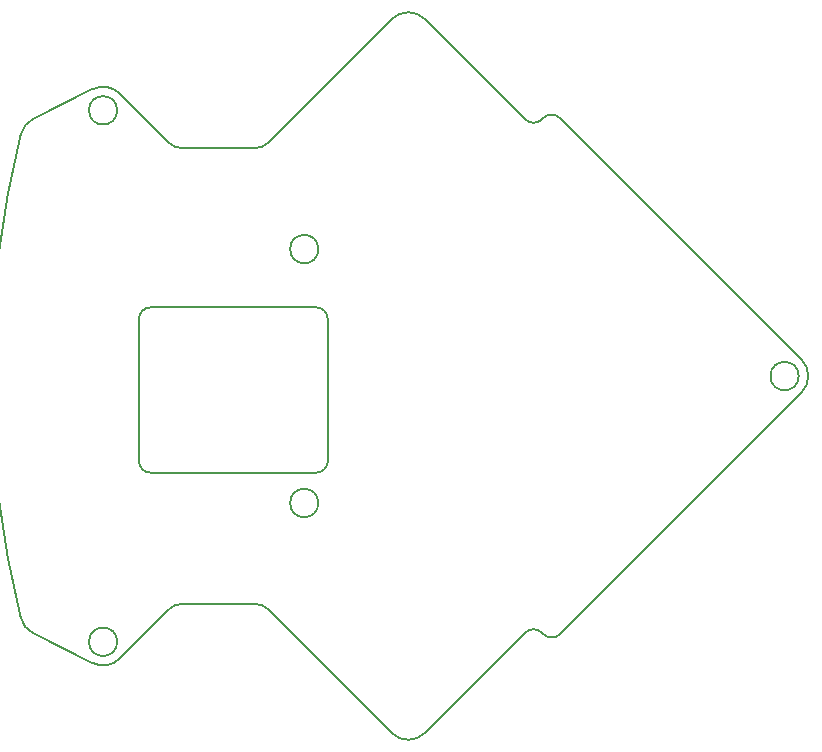
<source format=gm1>
G04 #@! TF.GenerationSoftware,KiCad,Pcbnew,(6.0.1)*
G04 #@! TF.CreationDate,2022-04-06T23:24:07+09:00*
G04 #@! TF.ProjectId,xbee-gyro20220207,78626565-2d67-4797-926f-323032323032,V1.1*
G04 #@! TF.SameCoordinates,Original*
G04 #@! TF.FileFunction,Profile,NP*
%FSLAX46Y46*%
G04 Gerber Fmt 4.6, Leading zero omitted, Abs format (unit mm)*
G04 Created by KiCad (PCBNEW (6.0.1)) date 2022-04-06 23:24:07*
%MOMM*%
%LPD*%
G01*
G04 APERTURE LIST*
G04 #@! TA.AperFunction,Profile*
%ADD10C,0.200000*%
G04 #@! TD*
G04 APERTURE END LIST*
D10*
X58439113Y-109214444D02*
G75*
G03*
X57439113Y-110214444I-1J-999999D01*
G01*
X90150532Y-93300736D02*
G75*
G03*
X91564745Y-93300736I707106J707103D01*
G01*
X57439113Y-110214444D02*
X57439113Y-122214444D01*
X53513393Y-139317584D02*
G75*
G03*
X55822033Y-138942943I894426J1788856D01*
G01*
X55822033Y-91117945D02*
G75*
G03*
X53513393Y-90743304I-1414214J-1414215D01*
G01*
X73439113Y-122214444D02*
X73439113Y-110214444D01*
X47439877Y-135496901D02*
G75*
G03*
X48486608Y-136804192I1941162J481566D01*
G01*
X48486608Y-136804192D02*
X53513393Y-139317584D01*
X91679969Y-93185513D02*
X91564745Y-93300736D01*
X78836823Y-145245433D02*
G75*
G03*
X81665250Y-145245433I1414214J1414211D01*
G01*
X67299504Y-95731454D02*
X61056863Y-95731454D01*
X81665250Y-145245433D02*
X90150532Y-136760152D01*
X93094182Y-136875375D02*
X113524900Y-116444658D01*
X113310687Y-115030444D02*
G75*
G03*
X113310687Y-115030444I-1200000J0D01*
G01*
X91679969Y-136875375D02*
G75*
G03*
X93094182Y-136875375I707107J707103D01*
G01*
X47439877Y-94563987D02*
G75*
G03*
X47439877Y-135496901I82499231J-20466457D01*
G01*
X55822033Y-138942943D02*
X59996203Y-134768774D01*
X91564745Y-136760152D02*
X91679969Y-136875375D01*
X67299504Y-95731454D02*
G75*
G03*
X68360164Y-95292114I-1J1500002D01*
G01*
X57439113Y-122214444D02*
G75*
G03*
X58439113Y-123214444I999999J-1D01*
G01*
X59996203Y-95292114D02*
G75*
G03*
X61056863Y-95731454I1060661J1060662D01*
G01*
X73439113Y-110214444D02*
G75*
G03*
X72439113Y-109214444I-999999J1D01*
G01*
X53513393Y-90743304D02*
X48486608Y-93256696D01*
X68360164Y-134768774D02*
X78836823Y-145245433D01*
X72439113Y-109214444D02*
X58439113Y-109214444D01*
X72639114Y-104280444D02*
G75*
G03*
X72639114Y-104280444I-1200000J0D01*
G01*
X81665250Y-84815455D02*
G75*
G03*
X78836823Y-84815455I-1414213J-1414211D01*
G01*
X113524900Y-113616230D02*
X93094182Y-93185513D01*
X61056863Y-134329434D02*
G75*
G03*
X59996203Y-134768774I1J-1500002D01*
G01*
X59996203Y-95292114D02*
X55822033Y-91117945D01*
X93094182Y-93185513D02*
G75*
G03*
X91679969Y-93185513I-707106J-707103D01*
G01*
X55607819Y-137528730D02*
G75*
G03*
X55607819Y-137528730I-1200000J0D01*
G01*
X72439113Y-123214444D02*
G75*
G03*
X73439113Y-122214444I1J999999D01*
G01*
X55607819Y-92532159D02*
G75*
G03*
X55607819Y-92532159I-1200000J0D01*
G01*
X72639114Y-125780444D02*
G75*
G03*
X72639114Y-125780444I-1200000J0D01*
G01*
X58439113Y-123214444D02*
X72439113Y-123214444D01*
X48486608Y-93256696D02*
G75*
G03*
X47439877Y-94563987I894431J-1788857D01*
G01*
X90150532Y-93300736D02*
X81665250Y-84815455D01*
X91564745Y-136760152D02*
G75*
G03*
X90150532Y-136760152I-707107J-707103D01*
G01*
X68360164Y-134768774D02*
G75*
G03*
X67299504Y-134329434I-1060661J-1060662D01*
G01*
X61056863Y-134329434D02*
X67299504Y-134329434D01*
X78836823Y-84815455D02*
X68360164Y-95292114D01*
X113524900Y-116444658D02*
G75*
G03*
X113524900Y-113616230I-1414213J1414214D01*
G01*
M02*

</source>
